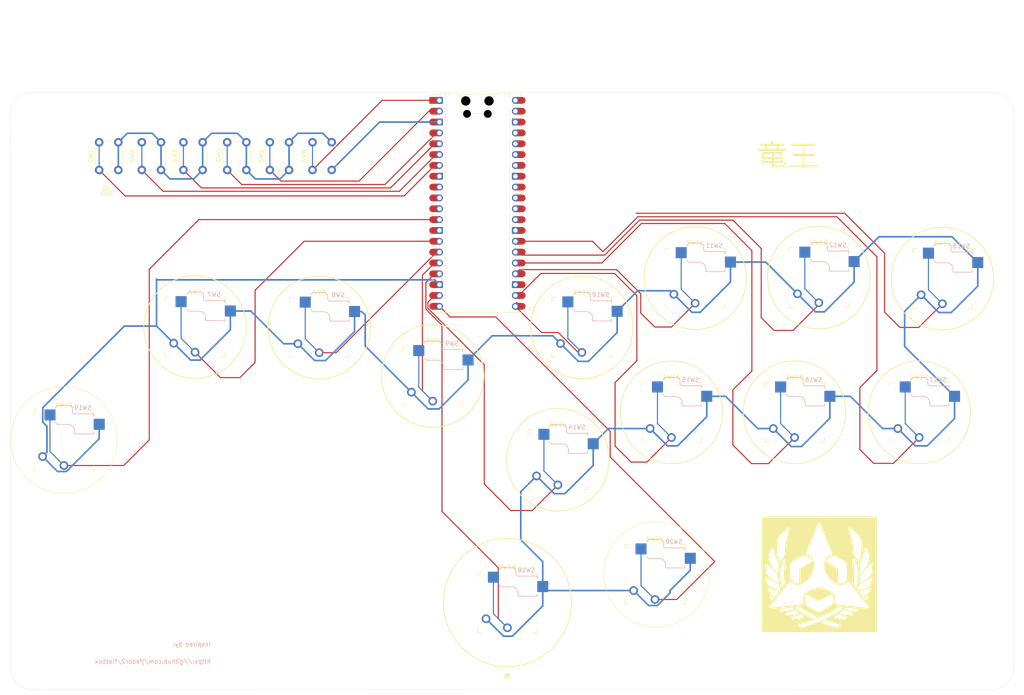
<source format=kicad_pcb>
(kicad_pcb (version 20241229) (generator "pcbnew") (generator_version "9.0")
  (layers (0 "F.Cu" signal) (2 "B.Cu" signal) (13 "F.Paste" user) (15 "B.Paste" user) (5 "F.SilkS" user "F.Silkscreen") (7 "B.SilkS" user "B.Silkscreen") (1 "F.Mask" user) (3 "B.Mask" user) (25 "Edge.Cuts" user))
  (net 0 "")
  (net 1 "GND")
  (net 2 "LEFT")
  (net 3 "DOWN")
  (net 4 "RIGHT")
  (net 5 "UP")
  (net 6 "L1")
  (net 7 "R1")
  (net 8 "TRIANGLE")
  (net 9 "SQUARE")
  (net 10 "CIRCLE")
  (net 11 "CROSS")
  (net 12 "R2")
  (net 13 "L2")
  (net 14 "OPT1")
  (net 15 "OPT2")
  (net 16 "OPT3")
  (net 17 "OPT4")
  (net 18 "OPT5")
  (net 19 "OPT6")
  (net 25 "L3")
  (net 27 "R3")
  (footprint "Kailh:Kailh_socket_PG1350_optional" (layer "F.Cu") (at 87.32 65.17)
    (property "Reference" "SW8")
    (property "Value" "SW_Push")
  )
  (footprint "Kailh:Kailh_socket_PG1350_optional" (layer "F.Cu") (at 113.92 76.52)
    (property "Reference" "SW9")
    (property "Value" "SW_Push")
  )
  (footprint "Kailh:Kailh_socket_PG1350_optional" (layer "F.Cu") (at 131.42 129.62)
    (property "Reference" "SW18")
    (property "Value" "SW_Push")
  )
  (footprint "Kailh:Kailh_socket_PG1350_optional" (layer "F.Cu") (at 148.86 65.11)
    (property "Reference" "SW10")
    (property "Value" "SW_Push")
  )
  (footprint "Kailh:Kailh_socket_PG1350_optional" (layer "F.Cu") (at 175.42 53.58)
    (property "Reference" "SW11")
    (property "Value" "SW_Push")
  )
  (footprint "Kailh:Kailh_socket_PG1350_optional" (layer "F.Cu") (at 204.39 53.46)
    (property "Reference" "SW12")
    (property "Value" "SW_Push")
  )
  (footprint "Kailh:Kailh_socket_PG1350_optional" (layer "F.Cu") (at 233.36 53.7)
    (property "Reference" "SW13")
    (property "Value" "SW_Push")
  )
  (footprint "Kailh:Kailh_socket_PG1350_optional" (layer "F.Cu") (at 143.25 96.15)
    (property "Reference" "SW14")
    (property "Value" "SW_Push")
  )
  (footprint "Kailh:Kailh_socket_PG1350_optional" (layer "F.Cu") (at 169.86 85.04)
    (property "Reference" "SW15")
    (property "Value" "SW_Push")
  )
  (footprint "Kailh:Kailh_socket_PG1350_optional" (layer "F.Cu") (at 198.71 85.04)
    (property "Reference" "SW16")
    (property "Value" "SW_Push")
  )
  (footprint "Kailh:Kailh_socket_PG1350_optional" (layer "F.Cu") (at 227.92 85.04)
    (property "Reference" "SW17")
    (property "Value" "SW_Push")
  )
  (footprint "MountingHole:MountingHole_6.4mm_M6" (layer "F.Cu") (at 22 17)
    (property "Reference" "REF**" (hide yes))
    (property "Value" "MountingHole_6.4mm_M6")
  )
  (footprint "MountingHole:MountingHole_6.4mm_M6" (layer "F.Cu") (at 23 142.5)
    (property "Reference" "REF**" (hide yes))
    (property "Value" "MountingHole_6.4mm_M6")
  )
  (footprint "MountingHole:MountingHole_6.4mm_M6" (layer "F.Cu") (at 243 143)
    (property "Reference" "REF**" (hide yes))
    (property "Value" "MountingHole_6.4mm_M6")
  )
  (footprint "MountingHole:MountingHole_6.4mm_M6" (layer "F.Cu") (at 243 17.5)
    (property "Reference" "REF**" (hide yes))
    (property "Value" "MountingHole_6.4mm_M6")
  )
  (footprint "Kailh:Kailh_socket_PG1350_optional" (layer "F.Cu") (at 58.225 65.05)
    (property "Reference" "SW7")
    (property "Value" "SW_Push")
  )
  (footprint "MountingHole:MountingHole_6.4mm_M6" (layer "F.Cu") (at 160 17.5)
    (property "Reference" "REF**" (hide yes))
    (property "Value" "MountingHole_6.4mm_M6")
  )
  (footprint "Button_Switch_THT:SW_PUSH_6mm_H5mm" (layer "F.Cu") (at 65.75 28.25 90)
    (property "Reference" "SW4")
    (property "Value" "SW_Push")
  )
  (footprint "Button_Switch_THT:SW_PUSH_6mm_H5mm" (layer "F.Cu") (at 45.75 28.25 90)
    (property "Reference" "SW2")
    (property "Value" "SW_Push")
  )
  (footprint "Button_Switch_THT:SW_PUSH_6mm_H5mm" (layer "F.Cu") (at 75.75 28.25 90)
    (property "Reference" "SW5")
    (property "Value" "SW_Push")
  )
  (footprint "Button_Switch_THT:SW_PUSH_6mm_H5mm" (layer "F.Cu") (at 35.75 28.25 90)
    (property "Reference" "SW1")
    (property "Value" "SW_Push")
  )
  (footprint "Button_Switch_THT:SW_PUSH_6mm_H5mm" (layer "F.Cu") (at 55.5 28.25 90)
    (property "Reference" "SW3")
    (property "Value" "SW_Push")
  )
  (footprint "Button_Switch_THT:SW_PUSH_6mm_H5mm" (layer "F.Cu") (at 85.75 28.25 90)
    (property "Reference" "SW6")
    (property "Value" "SW_Push")
  )
  (footprint "MountingHole:MountingHole_6.4mm_M6" (layer "F.Cu") (at 133.5 78)
    (property "Reference" "REF**" (hide yes))
    (property "Value" "MountingHole_6.4mm_M6")
  )
  (footprint "MountingHole:MountingHole_6.4mm_M6" (layer "F.Cu") (at 150 143)
    (property "Reference" "REF**" (hide yes))
    (property "Value" "MountingHole_6.4mm_M6")
  )
  (footprint "Kailh:Kailh_socket_PG1350_optional" (layer "F.Cu") (at 166 123)
    (property "Reference" "SW20")
    (property "Value" "SW_Push")
  )
  (footprint "Module:RaspberryPi_Pico_Common_Unspecified" (layer "F.Cu") (at 124.39 36.07)
    (property "Reference" "A1")
    (property "Value" "RaspberryPi_Pico")
  )
  (footprint "Flatbox-rev1_1-2025-03-25_184907:Zaibatsu" (layer "F.Cu") (at 204.5 123)
    (property "Reference" "G***" (hide yes))
    (property "Value" "LOGO" (hide yes))
  )
  (footprint "Kailh:Kailh_socket_PG1350_optional" (layer "F.Cu") (at 27.5 91.6)
    (property "Reference" "SW19")
    (property "Value" "SW_Push")
  )
  (gr_curve (pts (xy 210.706299 85.037421) (xy 210.706299 89.334334) (xy 208.420115 93.304846) (xy 204.70893 95.453303)) (stroke (width 0.2)) (layer "F.SilkS"))
  (gr_curve (pts (xy 233.918028 74.621539) (xy 237.629213 76.769996) (xy 239.915397 80.740507) (xy 239.915397 85.037421)) (stroke (width 0.2)) (layer "F.SilkS"))
  (gr_curve (pts (xy 181.852021 85.037421) (xy 181.852021 89.334334) (xy 179.565837 93.304846) (xy 175.854652 95.453303)) (stroke (width 0.2)) (layer "F.SilkS"))
  (gr_curve (pts (xy 125.917273 76.523042) (xy 125.917273 80.819955) (xy 123.631089 84.790467) (xy 119.919904 86.938924)) (stroke (width 0.2)) (layer "F.SilkS"))
  (gr_curve (pts (xy 186.716823 85.037421) (xy 186.716823 80.740507) (xy 189.003008 76.769996) (xy 192.714192 74.621539)) (stroke (width 0.2)) (layer "F.SilkS"))
  (gr_curve (pts (xy 137.252477 85.737546) (xy 140.963662 83.589088) (xy 145.53603 83.589088) (xy 149.247215 85.737546)) (stroke (width 0.2)) (layer "F.SilkS"))
  (gr_curve (pts (xy 245.355098 53.699766) (xy 245.355097 60.342218) (xy 239.98487 65.72699) (xy 233.36036 65.72699)) (stroke (width 0.2)) (layer "F.SilkS"))
  (gr_line (start 210.706299 85.037421) (end 210.706299 85.037421) (stroke (width 0.2)) (layer "F.SilkS"))
  (gr_curve (pts (xy 187.41003 53.581518) (xy 187.41003 57.878432) (xy 185.123846 61.848943) (xy 181.412661 63.9974)) (stroke (width 0.2)) (layer "F.SilkS"))
  (gr_curve (pts (xy 131.255108 96.153426) (xy 131.255108 91.856513) (xy 133.541293 87.886001) (xy 137.252477 85.737546)) (stroke (width 0.2)) (layer "F.SilkS"))
  (gr_line (start 146.420969 129.619665) (end 146.420969 129.619665) (stroke (width 0.2)) (layer "F.SilkS"))
  (gr_curve (pts (xy 163.859914 74.621539) (xy 167.571099 72.473082) (xy 172.143467 72.473082) (xy 175.854652 74.621539)) (stroke (width 0.2)) (layer "F.SilkS"))
  (gr_curve (pts (xy 93.312452 54.754648) (xy 97.023636 56.903105) (xy 99.309821 60.873617) (xy 99.309821 65.17053)) (stroke (width 0.2)) (layer "F.SilkS"))
  (gr_curve (pts (xy 175.854652 95.453303) (xy 172.143467 97.601759) (xy 167.571099 97.601759) (xy 163.859914 95.453303)) (stroke (width 0.2)) (layer "F.SilkS"))
  (gr_line (start 70.219015 65.05228) (end 70.219015 65.05228) (stroke (width 0.2)) (layer "F.SilkS"))
  (gr_curve (pts (xy 123.913745 142.649412) (xy 119.271238 139.9618) (xy 116.411337 134.994889) (xy 116.411337 129.619665)) (stroke (width 0.2)) (layer "F.SilkS"))
  (gr_curve (pts (xy 119.919904 66.10716) (xy 123.631089 68.255617) (xy 125.917273 72.226128) (xy 125.917273 76.523042)) (stroke (width 0.2)) (layer "F.SilkS"))
  (gr_curve (pts (xy 160.857791 65.114986) (xy 160.857791 69.4119) (xy 158.571607 73.382411) (xy 154.860422 75.530868)) (stroke (width 0.2)) (layer "F.SilkS"))
  (gr_curve (pts (xy 181.412661 43.165636) (xy 185.123846 45.314093) (xy 187.41003 49.284605) (xy 187.41003 53.581518)) (stroke (width 0.2)) (layer "F.SilkS"))
  (gr_curve (pts (xy 221.92329 74.621539) (xy 225.634475 72.473082) (xy 230.206843 72.473082) (xy 233.918028 74.621539)) (stroke (width 0.2)) (layer "F.SilkS"))
  (gr_curve (pts (xy 175.854652 74.621539) (xy 179.565837 76.769996) (xy 181.852021 80.740507) (xy 181.852021 85.037421)) (stroke (width 0.2)) (layer "F.SilkS"))
  (gr_curve (pts (xy 204.70893 95.453303) (xy 200.997745 97.601759) (xy 196.425377 97.601759) (xy 192.714192 95.453303)) (stroke (width 0.2)) (layer "F.SilkS"))
  (gr_curve (pts (xy 138.918561 116.589918) (xy 143.561067 119.277529) (xy 146.420969 124.244441) (xy 146.420969 129.619665)) (stroke (width 0.2)) (layer "F.SilkS"))
  (gr_curve (pts (xy 198.39046 43.047376) (xy 202.101645 40.898919) (xy 206.674013 40.898919) (xy 210.385198 43.047376)) (stroke (width 0.2)) (layer "F.SilkS"))
  (gr_curve (pts (xy 119.919904 86.938924) (xy 116.208719 89.08738) (xy 111.636351 89.08738) (xy 107.925166 86.938924)) (stroke (width 0.2)) (layer "F.SilkS"))
  (gr_curve (pts (xy 192.393091 53.463258) (xy 192.393091 49.166344) (xy 194.679275 45.195832) (xy 198.39046 43.047376)) (stroke (width 0.2)) (layer "F.SilkS"))
  (gr_curve (pts (xy 116.411337 129.619665) (xy 116.411337 124.244441) (xy 119.271238 119.277529) (xy 123.913745 116.589918)) (stroke (width 0.2)) (layer "F.SilkS"))
  (gr_curve (pts (xy 216.382567 53.463258) (xy 216.382567 57.760171) (xy 214.096383 61.730683) (xy 210.385198 63.879139)) (stroke (width 0.2)) (layer "F.SilkS"))
  (gr_curve (pts (xy 215.925921 85.037421) (xy 215.925921 80.740507) (xy 218.212105 76.769996) (xy 221.92329 74.621539)) (stroke (width 0.2)) (layer "F.SilkS"))
  (gr_curve (pts (xy 192.714192 74.621539) (xy 196.425377 72.473082) (xy 200.997745 72.473082) (xy 204.70893 74.621539)) (stroke (width 0.2)) (layer "F.SilkS"))
  (gr_curve (pts (xy 154.860422 54.699104) (xy 158.571607 56.847561) (xy 160.857791 60.818073) (xy 160.857791 65.114986)) (stroke (width 0.2)) (layer "F.SilkS"))
  (gr_curve (pts (xy 239.915397 85.037421) (xy 239.915397 89.334334) (xy 237.629213 93.304846) (xy 233.918028 95.453303)) (stroke (width 0.2)) (layer "F.SilkS"))
  (gr_line (start 216.382567 53.463258) (end 216.382567 53.463258) (stroke (width 0.2)) (layer "F.SilkS"))
  (gr_curve (pts (xy 52.226909 75.468162) (xy 48.515724 73.319705) (xy 46.22954 69.349193) (xy 46.22954 65.05228)) (stroke (width 0.2)) (layer "F.SilkS"))
  (gr_curve (pts (xy 210.385198 63.879139) (xy 206.674013 66.027596) (xy 202.101645 66.027596) (xy 198.39046 63.879139)) (stroke (width 0.2)) (layer "F.SilkS"))
  (gr_curve (pts (xy 157.862545 85.037421) (xy 157.862545 80.740507) (xy 160.148729 76.769996) (xy 163.859914 74.621539)) (stroke (width 0.2)) (layer "F.SilkS"))
  (gr_curve (pts (xy 239.357729 43.283884) (xy 243.068914 45.432341) (xy 245.355098 49.402853) (xy 245.355098 53.699766)) (stroke (width 0.2)) (layer "F.SilkS"))
  (gr_curve (pts (xy 154.860422 75.530868) (xy 151.149237 77.679325) (xy 146.576869 77.679325) (xy 142.865684 75.530868)) (stroke (width 0.2)) (layer "F.SilkS"))
  (gr_curve (pts (xy 93.312452 75.586412) (xy 89.601267 77.734869) (xy 85.028899 77.734869) (xy 81.317714 75.586412)) (stroke (width 0.2)) (layer "F.SilkS"))
  (gr_curve (pts (xy 233.918028 95.453303) (xy 230.206843 97.601759) (xy 225.634475 97.601759) (xy 221.92329 95.453303)) (stroke (width 0.2)) (layer "F.SilkS"))
  (gr_curve (pts (xy 227.362991 43.283884) (xy 231.074176 41.135427) (xy 235.646544 41.135427) (xy 239.357729 43.283884)) (stroke (width 0.2)) (layer "F.SilkS"))
  (gr_line (start 181.852021 85.037421) (end 181.852021 85.037421) (stroke (width 0.2)) (layer "F.SilkS"))
  (gr_line (start 239.915397 85.037421) (end 239.915397 85.037421) (stroke (width 0.2)) (layer "F.SilkS"))
  (gr_curve (pts (xy 210.385198 43.047376) (xy 214.096383 45.195832) (xy 216.382567 49.166344) (xy 216.382567 53.463258)) (stroke (width 0.2)) (layer "F.SilkS"))
  (gr_curve (pts (xy 138.918561 142.649412) (xy 134.276055 145.337024) (xy 128.556251 145.337024) (xy 123.913745 142.649412)) (stroke (width 0.2)) (layer "F.SilkS"))
  (gr_curve (pts (xy 52.226909 54.636398) (xy 55.938093 52.487941) (xy 60.510462 52.487941) (xy 64.221646 54.636398)) (stroke (width 0.2)) (layer "F.SilkS"))
  (gr_curve (pts (xy 81.317714 54.754648) (xy 85.028899 52.606192) (xy 89.601267 52.606192) (xy 93.312452 54.754648)) (stroke (width 0.2)) (layer "F.SilkS"))
  (gr_line (start 99.309821 65.17053) (end 99.309821 65.17053) (stroke (width 0.2)) (layer "F.SilkS"))
  (gr_curve (pts (xy 204.70893 74.621539) (xy 208.420115 76.769996) (xy 210.706299 80.740507) (xy 210.706299 85.037421)) (stroke (width 0.2)) (layer "F.SilkS"))
  (gr_curve (pts (xy 155.244584 96.153426) (xy 155.244584 100.45034) (xy 152.9584 104.420852) (xy 149.247215 106.569308)) (stroke (width 0.2)) (layer "F.SilkS"))
  (gr_curve (pts (xy 169.417923 43.165636) (xy 173.129108 41.01718) (xy 177.701476 41.01718) (xy 181.412661 43.165636)) (stroke (width 0.2)) (layer "F.SilkS"))
  (gr_line (start 245.355098 53.699766) (end 245.355098 53.699766) (stroke (width 0.2)) (layer "F.SilkS"))
  (gr_line (start 160.857791 65.114986) (end 160.857791 65.114986) (stroke (width 0.2)) (layer "F.SilkS"))
  (gr_curve (pts (xy 233.36036 65.72699) (xy 226.73585 65.72699) (xy 221.365623 60.342218) (xy 221.365622 53.699766)) (stroke (width 0.2)) (layer "F.SilkS"))
  (gr_curve (pts (xy 101.927798 76.523042) (xy 101.927798 72.226128) (xy 104.213982 68.255617) (xy 107.925166 66.10716)) (stroke (width 0.2)) (layer "F.SilkS"))
  (gr_line (start 187.41003 53.581518) (end 187.41003 53.581518) (stroke (width 0.2)) (layer "F.SilkS"))
  (gr_curve (pts (xy 163.420555 53.581518) (xy 163.420555 49.284605) (xy 165.706739 45.314093) (xy 169.417923 43.165636)) (stroke (width 0.2)) (layer "F.SilkS"))
  (gr_line (start 155.244584 96.153426) (end 155.244584 96.153426) (stroke (width 0.2)) (layer "F.SilkS"))
  (gr_curve (pts (xy 169.417923 63.9974) (xy 165.706739 61.848943) (xy 163.420555 57.878432) (xy 163.420555 53.581518)) (stroke (width 0.2)) (layer "F.SilkS"))
  (gr_curve (pts (xy 221.92329 95.453303) (xy 218.212105 93.304846) (xy 215.925921 89.334334) (xy 215.925921 85.037421)) (stroke (width 0.2)) (layer "F.SilkS"))
  (gr_line (start 125.917273 76.523042) (end 125.917273 76.523042) (stroke (width 0.2)) (layer "F.SilkS"))
  (gr_curve (pts (xy 142.865684 54.699104) (xy 146.576869 52.550648) (xy 151.149237 52.550648) (xy 154.860422 54.699104)) (stroke (width 0.2)) (layer "F.SilkS"))
  (gr_circle (center 166.349089 123) (end 170.849089 134.5) (stroke (width 0.12)) (fill no) (layer "F.SilkS"))
  (gr_curve (pts (xy 137.252477 106.569308) (xy 133.541293 104.420852) (xy 131.255108 100.45034) (xy 131.255108 96.153426)) (stroke (width 0.2)) (layer "F.SilkS"))
  (gr_curve (pts (xy 149.247215 85.737546) (xy 152.9584 87.886001) (xy 155.244584 91.856513) (xy 155.244584 96.153426)) (stroke (width 0.2)) (layer "F.SilkS"))
  (gr_curve (pts (xy 149.247215 106.569308) (xy 145.53603 108.717765) (xy 140.963662 108.717765) (xy 137.252477 106.569308)) (stroke (width 0.2)) (layer "F.SilkS"))
  (gr_curve (pts (xy 107.925166 66.10716) (xy 111.636351 63.958703) (xy 116.208719 63.958703) (xy 119.919904 66.10716)) (stroke (width 0.2)) (layer "F.SilkS"))
  (gr_curve (pts (xy 81.317714 75.586412) (xy 77.606529 73.437955) (xy 75.320345 69.467444) (xy 75.320345 65.17053)) (stroke (width 0.2)) (layer "F.SilkS"))
  (gr_curve (pts (xy 99.309821 65.17053) (xy 99.309821 69.467444) (xy 97.023636 73.437955) (xy 93.312452 75.586412)) (stroke (width 0.2)) (layer "F.SilkS"))
  (gr_circle (center 27.5 91.5) (end 35 101.5) (stroke (width 0.12)) (fill no) (layer "F.SilkS"))
  (gr_curve (pts (xy 181.412661 63.9974) (xy 177.701476 66.145857) (xy 173.129108 66.145857) (xy 169.417923 63.9974)) (stroke (width 0.2)) (layer "F.SilkS"))
  (gr_curve (pts (xy 123.913745 116.589918) (xy 128.556251 113.902306) (xy 134.276055 113.902306) (xy 138.918561 116.589918)) (stroke (width 0.2)) (layer "F.SilkS"))
  (gr_curve (pts (xy 142.865684 75.530868) (xy 139.154499 73.382411) (xy 136.868315 69.4119) (xy 136.868315 65.114986)) (stroke (width 0.2)) (layer "F.SilkS"))
  (gr_curve (pts (xy 198.39046 63.879139) (xy 194.679275 61.730683) (xy 192.393091 57.760171) (xy 192.393091 53.463258)) (stroke (width 0.2)) (layer "F.SilkS"))
  (gr_curve (pts (xy 75.320345 65.17053) (xy 75.320345 60.873617) (xy 77.606529 56.903105) (xy 81.317714 54.754648)) (stroke (width 0.2)) (layer "F.SilkS"))
  (gr_curve (pts (xy 46.22954 65.05228) (xy 46.22954 60.755367) (xy 48.515724 56.784855) (xy 52.226909 54.636398)) (stroke (width 0.2)) (layer "F.SilkS"))
  (gr_curve (pts (xy 192.714192 95.453303) (xy 189.003008 93.304846) (xy 186.716823 89.334334) (xy 186.716823 85.037421)) (stroke (width 0.2)) (layer "F.SilkS"))
  (gr_curve (pts (xy 107.925166 86.938924) (xy 104.213982 84.790467) (xy 101.927798 80.819955) (xy 101.927798 76.523042)) (stroke (width 0.2)) (layer "F.SilkS"))
  (gr_curve (pts (xy 163.859914 95.453303) (xy 160.148729 93.304846) (xy 157.862545 89.334334) (xy 157.862545 85.037421)) (stroke (width 0.2)) (layer "F.SilkS"))
  (gr_curve (pts (xy 64.221646 54.636398) (xy 67.932831 56.784855) (xy 70.219015 60.755367) (xy 70.219015 65.05228)) (stroke (width 0.2)) (layer "F.SilkS"))
  (gr_curve (pts (xy 221.365622 53.699766) (xy 221.365622 49.402853) (xy 223.651806 45.432341) (xy 227.362991 43.283884)) (stroke (width 0.2)) (layer "F.SilkS"))
  (gr_curve (pts (xy 70.219015 65.05228) (xy 70.219015 69.349193) (xy 67.932831 73.319705) (xy 64.221646 75.468162)) (stroke (width 0.2)) (layer "F.SilkS"))
  (gr_curve (pts (xy 64.221646 75.468162) (xy 60.510462 77.616619) (xy 55.938093 77.616619) (xy 52.226909 75.468162)) (stroke (width 0.2)) (layer "F.SilkS"))
  (gr_curve (pts (xy 136.868315 65.114986) (xy 136.868315 60.818073) (xy 139.154499 56.847561) (xy 142.865684 54.699104)) (stroke (width 0.2)) (layer "F.SilkS"))
  (gr_curve (pts (xy 146.420969 129.619665) (xy 146.420969 134.994889) (xy 143.561067 139.9618) (xy 138.918561 142.649412)) (stroke (width 0.2)) (layer "F.SilkS"))
  (gr_line (start 250 15) (end 250 145) (stroke (width 0.05)) (layer "Edge.Cuts"))
  (gr_line (start 20.035534 149.964466) (end 245 150) (stroke (width 0.05)) (layer "Edge.Cuts"))
  (gr_line (start 15.035534 144.96447) (end 15 15) (stroke (width 0.05)) (layer "Edge.Cuts"))
  (gr_arc (start 15 15) (mid 16.464466 11.464466) (end 20 10) (stroke (width 0.05)) (layer "Edge.Cuts"))
  (gr_line (start 245 10) (end 20 10) (stroke (width 0.05)) (layer "Edge.Cuts"))
  (gr_arc (start 20.035534 149.964466) (mid 16.5 148.5) (end 15.035534 144.964466) (stroke (width 0.05)) (layer "Edge.Cuts"))
  (gr_arc (start 245 10) (mid 248.535534 11.464466) (end 250 15) (stroke (width 0.05)) (layer "Edge.Cuts"))
  (gr_arc (start 250 145) (mid 248.535534 148.535534) (end 245 150) (stroke (width 0.05)) (layer "Edge.Cuts"))
  (gr_text "晶" (at 36 34.5 0) (layer "F.SilkS") (effects (font (size 2 2)) (justify left bottom)))
  (gr_text "竜王" (at 189.5 28 0) (layer "F.SilkS") (effects (font (size 5 5) (thickness 0.5)) (justify left bottom)))
  (gr_text "鹿" (at 130.5 147.5 0) (layer "F.SilkS") (effects (font (size 1 1)) (justify left bottom)))
  (gr_text "Inspired by:" (at 62 140 0) (layer "B.SilkS") (effects (font (size 1 1)) (justify left bottom mirror)))
  (gr_text "https://github.com/jfedor2/flatbox" (at 62 144 0) (layer "B.SilkS") (effects (font (size 1 1)) (justify left bottom mirror)))
  (segment (start 218.475 43.9) (end 235.585 43.9) (width 0.381) (layer "B.Cu") (net 1))
  (segment (start 62.1 19.65) (end 60 21.75) (width 0.381) (layer "B.Cu") (net 1))
  (segment (start 35.775 91.215506) (end 28.083006 98.9075) (width 0.381) (layer "B.Cu") (net 1))
  (segment (start 78.97 68.97) (end 82.32 68.97) (width 0.381) (layer "B.Cu") (net 1))
  (segment (start 59.4 72.8) (end 66.5 65.7) (width 0.381) (layer "B.Cu") (net 1))
  (segment (start 196.831401 54.701401) (end 199.39 57.26) (width 0.381) (layer "B.Cu") (net 1))
  (segment (start 174.275 122.05273) (end 169.52773 126.8) (width 0.381) (layer "B.Cu") (net 1))
  (segment (start 205.7 61.5) (end 212.665 54.535) (width 0.381) (layer "B.Cu") (net 1))
  (segment (start 200.35 93.05) (end 206.985 86.415) (width 0.381) (layer "B.Cu") (net 1))
  (segment (start 115.4 84.25) (end 122.195 77.455) (width 0.381) (layer "B.Cu") (net 1))
  (segment (start 22.5 95.4) (end 23.515999 94.384001) (width 0.381) (layer "B.Cu") (net 1))
  (segment (start 235.585 43.9) (end 241.635 49.95) (width 0.381) (layer "B.Cu") (net 1))
  (segment (start 164.86 88.84) (end 168.92 92.9) (width 0.381) (layer "B.Cu") (net 1))
  (segment (start 22.5335 83.9585) (end 41.667 64.825) (width 0.381) (layer "B.Cu") (net 1))
  (segment (start 49.2 54) (end 114.38 54) (width 0.381) (layer "B.Cu") (net 1))
  (segment (start 90.25 28.25) (end 101.48 17.02) (width 0.381) (layer "B.Cu") (net 1))
  (segment (start 219.34 88.84) (end 211.79 81.29) (width 0.381) (layer "B.Cu") (net 1))
  (segment (start 183.695 49.83) (end 191.96 49.83) (width 0.381) (layer "B.Cu") (net 1))
  (segment (start 82.35 19.65) (end 88.15 19.65) (width 0.381) (layer "B.Cu") (net 1))
  (segment (start 193.71 88.84) (end 197.92 93.05) (width 0.381) (layer "B.Cu") (net 1))
  (segment (start 191.96 49.83) (end 196.831401 54.701401) (width 0.381) (layer "B.Cu") (net 1))
  (segment (start 48.15 19.65) (end 42.35 19.65) (width 0.381) (layer "B.Cu") (net 1))
  (segment (start 71.3 61.3) (end 78.97 68.97) (width 0.381) (layer "B.Cu") (net 1))
  (segment (start 157.135 66.365) (end 157.135 61.36) (width 0.381) (layer "B.Cu") (net 1))
  (segment (start 236.195 86.505) (end 236.195 81.29) (width 0.381) (layer "B.Cu") (net 1))
  (segment (start 80.25 28.25) (end 78.15 30.35) (width 0.381) (layer "B.Cu") (net 1))
  (segment (start 199.39 57.26) (end 203.63 61.5) (width 0.381) (layer "B.Cu") (net 1))
  (segment (start 222.92 88.84) (end 219.34 88.84) (width 0.381) (layer "B.Cu") (net 1))
  (segment (start 49.2 53.8) (end 49.2 54) (width 0.381) (layer "B.Cu") (net 1))
  (segment (start 68.15 19.65) (end 62.1 19.65) (width 0.381) (layer "B.Cu") (net 1))
  (segment (start 142.05 67.1) (end 143.86 68.91) (width 0.381) (layer "B.Cu") (net 1))
  (segment (start 144.9 104.1) (end 151.525 97.475) (width 0.381) (layer "B.Cu") (net 1))
  (segment (start 122.195 72.77) (end 127.865 67.1) (width 0.381) (layer "B.Cu") (net 1))
  (segment (start 78.15 30.35) (end 72.35 30.35) (width 0.381) (layer "B.Cu") (net 1))
  (segment (start 130.5 137.5) (end 132.6 137.5) (width 0.381) (layer "B.Cu") (net 1))
  (segment (start 174.275 119.25) (end 174.275 122.05273) (width 0.381) (layer "B.Cu") (net 1))
  (segment (start 157.135 61.36) (end 161.945 56.55) (width 0.381) (layer "B.Cu") (net 1))
  (segment (start 57.175 72.8) (end 59.4 72.8) (width 0.381) (layer "B.Cu") (net 1))
  (segment (start 169.52773 127.362776) (end 166.583006 130.3075) (width 0.381) (layer "B.Cu") (net 1))
  (segment (start 148.05 73.1) (end 150.4 73.1) (width 0.381) (layer "B.Cu") (net 1))
  (segment (start 166.583006 130.3075) (end 164.5075 130.3075) (width 0.381) (layer "B.Cu") (net 1))
  (segment (start 132.6 137.5) (end 139.695 130.405) (width 0.381) (layer "B.Cu") (net 1))
  (segment (start 235.45 61.65) (end 241.635 55.465) (width 0.381) (layer "B.Cu") (net 1))
  (segment (start 169.59 56.55) (end 170.42 57.38) (width 0.381) (layer "B.Cu") (net 1))
  (segment (start 224.5 61.36) (end 224.5 69.595) (width 0.381) (layer "B.Cu") (net 1))
  (segment (start 49.2 64.825) (end 53.225 68.85) (width 0.381) (layer "B.Cu") (net 1))
  (segment (start 23.515999 94.384001) (end 23.515999 88.323999) (width 0.381) (layer "B.Cu") (net 1))
  (segment (start 98.1 69.5) (end 108.92 80.32) (width 0.381) (layer "B.Cu") (net 1))
  (segment (start 53.225 68.85) (end 57.175 72.8) (width 0.381) (layer "B.Cu") (net 1))
  (segment (start 23.515999 88.323999) (end 22.5335 87.3415) (width 0.381) (layer "B.Cu") (net 1))
  (segment (start 182.54 81.29) (end 178.135 81.29) (width 0.381) (layer "B.Cu") (net 1))
  (segment (start 155.085 88.84) (end 151.525 92.4) (width 0.381) (layer "B.Cu") (net 1))
  (segment (start 95.595 66.105) (end 95.595 61.42) (width 0.381) (layer "B.Cu") (net 1))
  (segment (start 138.25 99.95) (end 134.55 103.65) (width 0.381) (layer "B.Cu") (net 1))
  (segment (start 42.35 19.65) (end 40.25 21.75) (width 0.381) (layer "B.Cu") (net 1))
  (segment (start 197.92 93.05) (end 200.35 93.05) (width 0.381) (layer "B.Cu") (net 1))
  (segment (start 134.55 103.65) (end 134.55 114.9) (width 0.381) (layer "B.Cu") (net 1))
  (segment (start 151.525 97.475) (end 151.525 92.4) (width 0.381) (layer "B.Cu") (net 1))
  (segment (start 50.25 21.75) (end 48.15 19.65) (width 0.381) (layer "B.Cu") (net 1))
  (segment (start 228.36 57.5) (end 224.5 61.36) (width 0.381) (layer "B.Cu") (net 1))
  (segment (start 101.48 17.02) (end 115.5 17.02) (width 0.381) (layer "B.Cu") (net 1))
  (segment (start 161 126.8) (end 140.625 126.8) (width 0.381) (layer "B.Cu") (net 1))
  (segment (start 178.135 86.065) (end 178.135 81.29) (width 0.381) (layer "B.Cu") (net 1))
  (segment (start 170.42 57.38) (end 174.64 61.6) (width 0.381) (layer "B.Cu") (net 1))
  (segment (start 164.5075 130.3075) (end 161 126.8) (width 0.381) (layer "B.Cu") (net 1))
  (segment (start 127.865 67.1) (end 142.05 67.1) (width 0.381) (layer "B.Cu") (net 1))
  (segment (start 134.55 114.9) (end 139.695 120.045) (width 0.381) (layer "B.Cu") (net 1))
  (segment (start 241.635 55.465) (end 241.635 49.95) (width 0.381) (layer "B.Cu") (net 1))
  (segment (start 176.6 61.6) (end 183.695 54.505) (width 0.381) (layer "B.Cu") (net 1))
  (segment (start 41.667 64.825) (end 49.2 64.825) (width 0.381) (layer "B.Cu") (net 1))
  (segment (start 150.4 73.1) (end 157.135 66.365) (width 0.381) (layer "B.Cu") (net 1))
  (segment (start 139.695 120.045) (end 139.695 125.87) (width 0.381) (layer "B.Cu") (net 1))
  (segment (start 206.985 86.415) (end 206.985 81.29) (width 0.381) (layer "B.Cu") (net 1))
  (segment (start 232.51 61.65) (end 235.45 61.65) (width 0.381) (layer "B.Cu") (net 1))
  (segment (start 26.0075 98.9075) (end 22.5 95.4) (width 0.381) (layer "B.Cu") (net 1))
  (segment (start 161.945 56.55) (end 169.59 56.55) (width 0.381) (layer "B.Cu") (net 1))
  (segment (start 72.35 30.35) (end 70.25 28.25) (width 0.381) (layer "B.Cu") (net 1))
  (segment (start 183.695 54.505) (end 183.695 49.83) (width 0.381) (layer "B.Cu") (net 1))
  (segment (start 169.52773 126.8) (end 169.52773 127.362776) (width 0.381) (layer "B.Cu") (net 1))
  (segment (start 126.42 133.42) (end 130.5 137.5) (width 0.381) (layer "B.Cu") (net 1))
  (segment (start 108.92 80.32) (end 112.85 84.25) (width 0.381) (layer "B.Cu") (net 1))
  (segment (start 57.9 30.35) (end 60 28.25) (width 0.381) (layer "B.Cu") (net 1))
  (segment (start 88.8 72.9) (end 95.595 66.105) (width 0.381) (layer "B.Cu") (net 1))
  (segment (start 203.63 61.5) (end 205.7 61.5) (width 0.381) (layer "B.Cu") (net 1))
  (segment (start 86.25 72.9) (end 88.8 72.9) (width 0.381) (layer "B.Cu") (net 1))
  (segment (start 164.86 88.84) (end 155.085 88.84) (width 0.381) (layer "B.Cu") (net 1))
  (segment (start 60 21.75) (end 60 28.25) (width 0.381) (layer "B.Cu") (net 1))
  (segment (start 212.665 49.71) (end 218.475 43.9) (width 0.381) (layer "B.Cu") (net 1))
  (segment (start 112.85 84.25) (end 115.4 84.25) (width 0.381) (layer "B.Cu") (net 1))
  (segment (start 114.38 54) (end 115.5 55.12) (width 0.381) (layer "B.Cu") (net 1))
  (segment (start 82.35 19.65) (end 80.25 21.75) (width 0.381) (layer "B.Cu") (net 1))
  (segment (start 138.25 99.95) (end 142.4 104.1) (width 0.381) (layer "B.Cu") (net 1))
  (segment (start 28.083006 98.9075) (end 26.0075 98.9075) (width 0.381) (layer "B.Cu") (net 1))
  (segment (start 174.64 61.6) (end 176.6 61.6) (width 0.381) (layer "B.Cu") (net 1))
  (segment (start 190.09 88.84) (end 182.54 81.29) (width 0.381) (layer "B.Cu") (net 1))
  (segment (start 50.25 28.25) (end 52.35 30.35) (width 0.381) (layer "B.Cu") (net 1))
  (segment (start 222.92 88.84) (end 226.98 92.9) (width 0.381) (layer "B.Cu") (net 1))
  (segment (start 142.4 104.1) (end 144.9 104.1) (width 0.381) (layer "B.Cu") (net 1))
  (segment (start 229.8 92.9) (end 236.195 86.505) (width 0.381) (layer "B.Cu") (net 1))
  (segment (start 228.36 57.5) (end 232.51 61.65) (width 0.381) (layer "B.Cu") (net 1))
  (segment (start 171.3 92.9) (end 178.135 86.065) (width 0.381) (layer "B.Cu") (net 1))
  (segment (start 97.27 61.42) (end 98.1 62.25) (width 0.381) (layer "B.Cu") (net 1))
  (segment (start 88.15 19.65) (end 90.25 21.75) (width 0.381) (layer "B.Cu") (net 1))
  (segment (start 70.25 21.75) (end 68.15 19.65) (width 0.381) (layer "B.Cu") (net 1))
  (segment (start 22.5335 87.3415) (end 22.5335 83.9585) (width 0.381) (layer "B.Cu") (net 1))
  (segment (start 193.71 88.84) (end 190.09 88.84) (width 0.381) (layer "B.Cu") (net 1))
  (segment (start 168.92 92.9) (end 171.3 92.9) (width 0.381) (layer "B.Cu") (net 1))
  (segment (start 212.665 54.535) (end 212.665 49.71) (width 0.381) (layer "B.Cu") (net 1))
  (segment (start 35.775 87.85) (end 35.775 91.215506) (width 0.381) (layer "B.Cu") (net 1))
  (segment (start 66.5 65.7) (end 66.5 61.3) (width 0.381) (layer "B.Cu") (net 1))
  (segment (start 139.695 130.405) (end 139.695 125.87) (width 0.381) (layer "B.Cu") (net 1))
  (segment (start 122.195 77.455) (end 122.195 72.77) (width 0.381) (layer "B.Cu") (net 1))
  (segment (start 82.32 68.97) (end 86.25 72.9) (width 0.381) (layer "B.Cu") (net 1))
  (segment (start 226.98 92.9) (end 229.8 92.9) (width 0.381) (layer "B.Cu") (net 1))
  (segment (start 50.25 21.75) (end 50.25 28.25) (width 0.381) (layer "B.Cu") (net 1))
  (segment (start 70.25 21.75) (end 70.25 28.25) (width 0.381) (layer "B.Cu") (net 1))
  (segment (start 95.595 61.42) (end 97.27 61.42) (width 0.381) (layer "B.Cu") (net 1))
  (segment (start 211.79 81.29) (end 206.985 81.29) (width 0.381) (layer "B.Cu") (net 1))
  (segment (start 66.5 61.3) (end 71.3 61.3) (width 0.381) (layer "B.Cu") (net 1))
  (segment (start 80.25 21.75) (end 80.25 28.25) (width 0.381) (layer "B.Cu") (net 1))
  (segment (start 140.625 126.8) (end 139.695 125.87) (width 0.381) (layer "B.Cu") (net 1))
  (segment (start 98.1 62.25) (end 98.1 69.5) (width 0.381) (layer "B.Cu") (net 1))
  (segment (start 49.2 54) (end 49.2 64.825) (width 0.381) (layer "B.Cu") (net 1))
  (segment (start 224.5 69.595) (end 236.195 81.29) (width 0.381) (layer "B.Cu") (net 1))
  (segment (start 143.86 68.91) (end 148.05 73.1) (width 0.381) (layer "B.Cu") (net 1))
  (segment (start 40.25 21.75) (end 40.25 28.25) (width 0.381) (layer "B.Cu") (net 1))
  (segment (start 52.35 30.35) (end 57.9 30.35) (width 0.381) (layer "B.Cu") (net 1))
  (segment (start 68.75 76.9) (end 72.3 73.35) (width 0.254) (layer "F.Cu") (net 2))
  (segment (start 72.3 56.45) (end 83.79 44.96) (width 0.254) (layer "F.Cu") (net 2))
  (segment (start 64.175 76.9) (end 68.75 76.9) (width 0.254) (layer "F.Cu") (net 2))
  (segment (start 83.79 44.96) (end 115.5 44.96) (width 0.254) (layer "F.Cu") (net 2))
  (segment (start 58.225 70.95) (end 64.175 76.9) (width 0.254) (layer "F.Cu") (net 2))
  (segment (start 72.3 73.35) (end 72.3 56.45) (width 0.254) (layer "F.Cu") (net 2))
  (segment (start 54.95 67.675) (end 58.225 70.95) (width 0.254) (layer "B.Cu") (net 2))
  (segment (start 54.95 59.1) (end 54.95 67.675) (width 0.254) (layer "B.Cu") (net 2))
  (segment (start 114.844766 47.5) (end 115.5 47.5) (width 0.254) (layer "F.Cu") (net 3))
  (segment (start 91.274766 71.07) (end 114.844766 47.5) (width 0.254) (layer "F.Cu") (net 3))
  (segment (start 87.32 71.07) (end 91.274766 71.07) (width 0.254) (layer "F.Cu") (net 3))
  (segment (start 84.045 67.795) (end 87.32 71.07) (width 0.254) (layer "B.Cu") (net 3))
  (segment (start 84.045 59.22) (end 84.045 67.795) (width 0.254) (layer "B.Cu") (net 3))
  (segment (start 111.5 80) (end 111.5 52.90863) (width 0.254) (layer "F.Cu") (net 4))
  (segment (start 111.5 52.90863) (end 114.36863 50.04) (width 0.254) (layer "F.Cu") (net 4))
  (segment (start 114.36863 50.04) (end 115.5 50.04) (width 0.254) (layer "F.Cu") (net 4))
  (segment (start 113.92 82.42) (end 111.5 80) (width 0.254) (layer "F.Cu") (net 4))
  (segment (start 110.645 70.57) (end 110.645 79.145) (width 0.254) (layer "B.Cu") (net 4))
  (segment (start 110.645 79.145) (end 113.92 82.42) (width 0.254) (layer "B.Cu") (net 4))
  (segment (start 129.28304 133.38304) (end 129.28304 121.450427) (width 0.254) (layer "F.Cu") (net 5))
  (segment (start 114.36863 52.58) (end 115.5 52.58) (width 0.254) (layer "F.Cu") (net 5))
  (segment (start 116.087181 108.254568) (end 116.087181 64.625883) (width 0.254) (layer "F.Cu") (net 5))
  (segment (start 131.42 135.52) (end 129.28304 133.38304) (width 0.254) (layer "F.Cu") (net 5))
  (segment (start 112.317 54.63163) (end 114.36863 52.58) (width 0.254) (layer "F.Cu") (net 5))
  (segment (start 116.087181 64.625883) (end 112.317 60.855701) (width 0.254) (layer "F.Cu") (net 5))
  (segment (start 129.28304 121.450427) (end 116.087181 108.254568) (width 0.254) (layer "F.Cu") (net 5))
  (segment (start 112.317 60.855701) (end 112.317 54.63163) (width 0.254) (layer "F.Cu") (net 5))
  (segment (start 128.145 132.245) (end 131.42 135.52) (width 0.254) (layer "B.Cu") (net 5))
  (segment (start 128.145 123.67) (end 128.145 132.245) (width 0.254) (layer "B.Cu") (net 5))
  (segment (start 210.45 38.4) (end 219.8 47.75) (width 0.254) (layer "F.Cu") (net 6))
  (segment (start 227.81 65.15) (end 233.36 59.6) (width 0.254) (layer "F.Cu") (net 6))
  (segment (start 219.8 61.55) (end 223.4 65.15) (width 0.254) (layer "F.Cu") (net 6))
  (segment (start 219.8 47.75) (end 219.8 61.55) (width 0.254) (layer "F.Cu") (net 6))
  (segment (start 223.4 65.15) (end 227.81 65.15) (width 0.254) (layer "F.Cu") (net 6))
  (segment (start 161.575 38.4) (end 210.45 38.4) (width 0.254) (layer "F.Cu") (net 6))
  (segment (start 230.085 56.325) (end 233.36 59.6) (width 0.254) (layer "B.Cu") (net 6))
  (segment (start 230.085 47.75) (end 230.085 56.325) (width 0.254) (layer "B.Cu") (net 6))
  (segment (start 134.08 47.5) (end 134.78 48.2) (width 0.254) (layer "F.Cu") (net 7))
  (segment (start 190.9 46.65) (end 190.9 62.85) (width 0.254) (layer "F.Cu") (net 7))
  (segment (start 204.39 59.81) (end 204.39 59.36) (width 0.254) (layer "F.Cu") (net 7))
  (segment (start 154.2 48.2) (end 162.4 40) (width 0.254) (layer "F.Cu") (net 7))
  (segment (start 198.35 65.85) (end 204.39 59.81) (width 0.254) (layer "F.Cu") (net 7))
  (segment (start 184.25 40) (end 190.9 46.65) (width 0.254) (layer "F.Cu") (net 7))
  (segment (start 193.9 65.85) (end 198.35 65.85) (width 0.254) (layer "F.Cu") (net 7))
  (segment (start 162.4 40) (end 184.25 40) (width 0.254) (layer "F.Cu") (net 7))
  (segment (start 134.78 48.2) (end 154.2 48.2) (width 0.254) (layer "F.Cu") (net 7))
  (segment (start 190.9 62.85) (end 193.9 65.85) (width 0.254) (layer "F.Cu") (net 7))
  (segment (start 201.115 56.085) (end 204.39 59.36) (width 0.254) (layer "B.Cu") (net 7))
  (segment (start 201.115 47.51) (end 201.115 56.085) (width 0.254) (layer "B.Cu") (net 7))
  (segment (start 134.26 51.6) (end 133.28 52.58) (width 0.254) (layer "F.Cu") (net 8))
  (segment (start 169.85 65.05) (end 175.42 59.48) (width 0.254) (layer "F.Cu") (net 8))
  (segment (start 162.65 57.25) (end 162.65 61.75) (width 0.254) (layer "F.Cu") (net 8))
  (segment (start 157 51.6) (end 162.65 57.25) (width 0.254) (layer "F.Cu") (net 8))
  (segment (start 157 51.6) (end 134.26 51.6) (width 0.254) (layer "F.Cu") (net 8))
  (segment (start 165.95 65.05) (end 169.85 65.05) (width 0.254) (layer "F.Cu") (net 8))
  (segment (start 162.65 61.75) (end 165.95 65.05) (width 0.254) (layer "F.Cu") (net 8))
  (segment (start 172.145 47.63) (end 172.145 56.205) (width 0.254) (layer "B.Cu") (net 8))
  (segment (start 172.145 56.205) (end 175.42 59.48) (width 0.254) (layer "B.Cu") (net 8))
  (segment (start 143.3389 66.3389) (end 139.4189 66.3389) (width 0.254) (layer "F.Cu") (net 9))
  (segment (start 148.01 71.01) (end 143.3389 66.3389) (width 0.254) (layer "F.Cu") (net 9))
  (segment (start 133.62 59.22) (end 133.62 59.93) (width 0.254) (layer "F.Cu") (net 9))
  (segment (start 139.4189 66.3389) (end 133.28 60.2) (width 0.254) (layer "F.Cu") (net 9))
  (segment (start 148.86 71.01) (end 148.01 71.01) (width 0.254) (layer "F.Cu") (net 9))
  (segment (start 145.585 59.16) (end 145.585 67.735) (width 0.254) (layer "B.Cu") (net 9))
  (segment (start 145.585 67.735) (end 148.86 71.01) (width 0.254) (layer "B.Cu") (net 9))
  (segment (start 156.65 78.05) (end 156.65 92.95) (width 0.254) (layer "F.Cu") (net 10))
  (segment (start 160.4 96.7) (end 164.1 96.7) (width 0.254) (layer "F.Cu") (net 10))
  (segment (start 134.08 57.66) (end 139.24 52.5) (width 0.254) (layer "F.Cu") (net 10))
  (segment (start 156.65 92.95) (end 160.4 96.7) (width 0.254) (layer "F.Cu") (net 10))
  (segment (start 161.75 57.725) (end 161.75 72.95) (width 0.254) (layer "F.Cu") (net 10))
  (segment (start 164.1 96.7) (end 169.86 90.94) (width 0.254) (layer "F.Cu") (net 10))
  (segment (start 161.75 72.95) (end 156.65 78.05) (width 0.254) (layer "F.Cu") (net 10))
  (segment (start 139.24 52.5) (end 156.525 52.5) (width 0.254) (layer "F.Cu") (net 10))
  (segment (start 156.525 52.5) (end 161.75 57.725) (width 0.254) (layer "F.Cu") (net 10))
  (segment (start 166.585 79.09) (end 166.585 87.665) (width 0.254) (layer "B.Cu") (net 10))
  (segment (start 166.585 87.665) (end 169.86 90.94) (width 0.254) (layer "B.Cu") (net 10))
  (segment (start 137.25 108.05) (end 132.2 108.05) (width 0.254) (layer "F.Cu") (net 11))
  (segment (start 112.772 59.25663) (end 114.36863 57.66) (width 0.254) (layer "F.Cu") (net 11))
  (segment (start 112.772 60.667234) (end 112.772 59.25663) (width 0.254) (layer "F.Cu") (net 11))
  (segment (start 114.36863 57.66) (end 115.5 57.66) (width 0.254) (layer "F.Cu") (net 11))
  (segment (start 126 101.85) (end 126 73.895234) (width 0.254) (layer "F.Cu") (net 11))
  (segment (start 143.25 102.05) (end 137.25 108.05) (width 0.254) (layer "F.Cu") (net 11))
  (segment (start 126 73.895234) (end 112.772 60.667234) (width 0.254) (layer "F.Cu") (net 11))
  (segment (start 132.2 108.05) (end 126 101.85) (width 0.254) (layer "F.Cu") (net 11))
  (segment (start 139.975 90.2) (end 139.975 98.775) (width 0.254) (layer "B.Cu") (net 11))
  (segment (start 139.975 98.775) (end 143.25 102.05) (width 0.254) (layer "B.Cu") (net 11))
  (segment (start 188.6 97.05) (end 192.6 97.05) (width 0.254) (layer "F.Cu") (net 12))
  (segment (start 188.7 75.35) (end 184.25 79.8) (width 0.254) (layer "F.Cu") (net 12))
  (segment (start 162.8 40.8) (end 182.35 40.8) (width 0.254) (layer "F.Cu") (net 12))
  (segment (start 153.56 50.04) (end 162.8 40.8) (width 0.254) (layer "F.Cu") (net 12))
  (segment (start 192.6 97.05) (end 198.71 90.94) (width 0.254) (layer "F.Cu") (net 12))
  (segment (start 184.25 79.8) (end 184.25 92.7) (width 0.254) (layer "F.Cu") (net 12))
  (segment (start 133.28 50.04) (end 153.56 50.04) (width 0.254) (layer "F.Cu") (net 12))
  (segment (start 182.35 40.8) (end 188.7 47.15) (width 0.254) (layer "F.Cu") (net 12))
  (segment (start 184.25 92.7) (end 188.6 97.05) (width 0.254) (layer "F.Cu") (net 12))
  (segment (start 188.7 47.15) (end 188.7 75.35) (width 0.254) (layer "F.Cu") (net 12))
  (segment (start 195.435 87.665) (end 198.71 90.94) (width 0.254) (layer "B.Cu") (net 12))
  (segment (start 195.435 79.09) (end 195.435 87.665) (width 0.254) (layer "B.Cu") (net 12))
  (segment (start 221.86 97) (end 227.92 90.94) (width 0.254) (layer "F.Cu") (net 13))
  (segment (start 153.8 47.4) (end 151.36 44.96) (width 0.254) (layer "F.Cu") (net 13))
  (segment (start 153.8 47.4) (end 162 39.2) (width 0.254) (layer "F.Cu") (net 13))
  (segment (start 214 93.75) (end 217.25 97) (width 0.254) (layer "F.Cu") (net 13))
  (segment (start 162 39.2) (end 208.6 39.2) (width 0.254) (layer "F.Cu") (net 13))
  (segment (start 214 79.25) (end 214 93.75) (width 0.254) (layer "F.Cu") (net 13))
  (segment (start 217.25 97) (end 221.86 97) (width 0.254) (layer "F.Cu") (net 13))
  (segment (start 218 48.6) (end 218 75.25) (width 0.254) (layer "F.Cu") (net 13))
  (segment (start 151.36 44.96) (end 133.28 44.96) (width 0.254) (layer "F.Cu") (net 13))
  (segment (start 208.6 39.2) (end 218 48.6) (width 0.254) (layer "F.Cu") (net 13))
  (segment (start 218 75.25) (end 214 79.25) (width 0.254) (layer "F.Cu") (net 13))
  (segment (start 224.645 79.09) (end 224.645 87.665) (width 0.254) (layer "B.Cu") (net 13))
  (segment (start 224.645 87.665) (end 227.92 90.94) (width 0.254) (layer "B.Cu") (net 13))
  (segment (start 114.36863 27.18) (end 115.5 27.18) (width 0.254) (layer "F.Cu") (net 14))
  (segment (start 41.832766 34.332766) (end 107.215864 34.332766) (width 0.254) (layer "F.Cu") (net 14))
  (segment (start 107.215864 34.332766) (end 114.36863 27.18) (width 0.254) (layer "F.Cu") (net 14))
  (segment (start 35.75 28.25) (end 41.832766 34.332766) (width 0.254) (layer "F.Cu") (net 14))
  (segment (start 35.75 28.25) (end 35.75 21.75) (width 0.254) (layer "B.Cu") (net 14))
  (segment (start 50.75 33.25) (end 106.09 33.25) (width 0.254) (layer "F.Cu") (net 15))
  (segment (start 106.09 33.25) (end 114.7 24.64) (width 0.254) (layer "F.Cu") (net 15))
  (segment (start 50.75 33.25) (end 46.749999 29.249999) (width 0.254) (layer "F.Cu") (net 15))
  (segment (start 114.7 24.64) (end 115.5 24.64) (width 0.254) (layer "F.Cu") (net 15))
  (segment (start 46.749999 29.249999) (end 45.75 28.25) (width 0.254) (layer "F.Cu") (net 15))
  (segment (start 45.75 28.25) (end 45.75 21.75) (width 0.254) (layer "B.Cu") (net 15))
  (segment (start 55.5 28.25) (end 59.7 32.45) (width 0.254) (layer "F.Cu") (net 16))
  (segment (start 59.7 32.45) (end 104.01863 32.45) (width 0.254) (layer "F.Cu") (net 16))
  (segment (start 104.01863 32.45) (end 114.36863 22.1) (width 0.254) (layer "F.Cu") (net 16))
  (segment (start 114.36863 22.1) (end 115.5 22.1) (width 0.254) (layer "F.Cu") (net 16))
  (segment (start 55.5 28.25) (end 55.5 21.75) (width 0.254) (layer "B.Cu") (net 16))
  (segment (start 69.15 31.65) (end 102.754766 31.65) (width 0.254) (layer "F.Cu") (net 17))
  (segment (start 114.844766 19.56) (end 115.5 19.56) (width 0.254) (layer "F.Cu") (net 17))
  (segment (start 69.15 31.65) (end 65.75 28.25) (width 0.254) (layer "F.Cu") (net 17))
  (segment (start 102.754766 31.65) (end 114.844766 19.56) (width 0.254) (layer "F.Cu") (net 17))
  (segment (start 65.75 28.25) (end 65.75 21.75) (width 0.254) (layer "B.Cu") (net 17))
  (segment (start 113.02 14.48) (end 114.7 14.48) (width 0.254) (layer "F.Cu") (net 18))
  (segment (start 78.35 30.85) (end 96.65 30.85) (width 0.254) (layer "F.Cu") (net 18))
  (segment (start 96.65 30.85) (end 113.02 14.48) (width 0.254) (layer "F.Cu") (net 18))
  (segment (start 78.35 30.85) (end 75.75 28.25) (width 0.254) (layer "F.Cu") (net 18))
  (segment (start 75.75 28.25) (end 75.75 21.75) (width 0.254) (layer "B.Cu") (net 18))
  (segment (start 102.06 11.94) (end 115.5 11.94) (width 0.254) (layer "F.Cu") (net 19))
  (segment (start 85.75 28.25) (end 102.06 11.94) (width 0.254) (layer "F.Cu") (net 19))
  (segment (start 85.75 21.75) (end 85.75 28.25) (width 0.254) (layer "B.Cu") (net 19))
  (segment (start 128.698 62.698) (end 117.998 62.698) (width 0.254) (layer "F.Cu") (net 25))
  (segment (start 155.5 89.5) (end 128.698 62.698) (width 0.254) (layer "F.Cu") (net 25))
  (segment (start 155.5 95.5) (end 155.5 89.5) (width 0.254) (layer "F.Cu") (net 25))
  (segment (start 166 128.9) (end 171.1 128.9) (width 0.254) (layer "F.Cu") (net 25))
  (segment (start 171.1 128.9) (end 180 120) (width 0.254) (layer "F.Cu") (net 25))
  (segment (start 180 120) (end 155.5 95.5) (width 0.254) (layer "F.Cu") (net 25))
  (segment (start 117.998 62.698) (end 115.5 60.2) (width 0.254) (layer "F.Cu") (net 25))
  (segment (start 166 128.9) (end 162.725 125.625) (width 0.254) (layer "B.Cu") (net 25))
  (segment (start 162.725 125.625) (end 162.725 117.05) (width 0.254) (layer "B.Cu") (net 25))
  (segment (start 27.5 97.5) (end 41.5 97.5) (width 0.254) (layer "F.Cu") (net 27))
  (segment (start 47.5 51.5) (end 59.12 39.88) (width 0.254) (layer "F.Cu") (net 27))
  (segment (start 41.5 97.5) (end 47.5 91.5) (width 0.254) (layer "F.Cu") (net 27))
  (segment (start 59.12 39.88) (end 115.5 39.88) (width 0.254) (layer "F.Cu") (net 27))
  (segment (start 47.5 91.5) (end 47.5 51.5) (width 0.254) (layer "F.Cu") (net 27))
  (segment (start 24.225 94.225) (end 24.225 85.65) (width 0.254) (layer "B.Cu") (net 27))
  (segment (start 27.5 97.5) (end 24.225 94.225) (width 0.254) (layer "B.Cu") (net 27))
)
</source>
